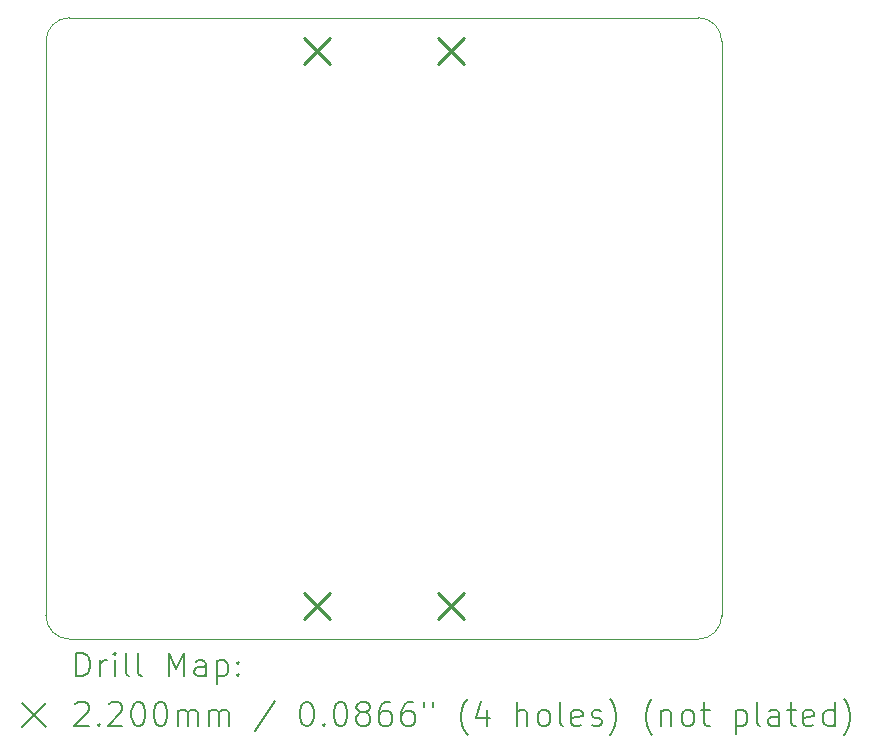
<source format=gbr>
%TF.GenerationSoftware,KiCad,Pcbnew,9.0.6*%
%TF.CreationDate,2026-01-01T23:22:30-06:00*%
%TF.ProjectId,PiPico_BOB,50695069-636f-45f4-924f-422e6b696361,rev?*%
%TF.SameCoordinates,Original*%
%TF.FileFunction,Drillmap*%
%TF.FilePolarity,Positive*%
%FSLAX45Y45*%
G04 Gerber Fmt 4.5, Leading zero omitted, Abs format (unit mm)*
G04 Created by KiCad (PCBNEW 9.0.6) date 2026-01-01 23:22:30*
%MOMM*%
%LPD*%
G01*
G04 APERTURE LIST*
%ADD10C,0.050000*%
%ADD11C,0.200000*%
%ADD12C,0.220000*%
G04 APERTURE END LIST*
D10*
X12072611Y-10676671D02*
G75*
G02*
X11872611Y-10876671I-200001J1D01*
G01*
X11872611Y-5615007D02*
G75*
G02*
X12072613Y-5815007I-1J-200003D01*
G01*
X6550000Y-10876671D02*
G75*
G02*
X6349999Y-10676671I0J200001D01*
G01*
X6350000Y-5815007D02*
G75*
G02*
X6550000Y-5615010I200000J-3D01*
G01*
X11872611Y-10876671D02*
X6550000Y-10876671D01*
X6550000Y-5615007D02*
X11872611Y-5615007D01*
X12072611Y-5815007D02*
X12072611Y-10676671D01*
X6350000Y-10676671D02*
X6350000Y-5815007D01*
D11*
D12*
X8532993Y-5785422D02*
X8752993Y-6005422D01*
X8752993Y-5785422D02*
X8532993Y-6005422D01*
X8533156Y-10487662D02*
X8753156Y-10707662D01*
X8753156Y-10487662D02*
X8533156Y-10707662D01*
X9672760Y-10486245D02*
X9892760Y-10706245D01*
X9892760Y-10486245D02*
X9672760Y-10706245D01*
X9673030Y-5786973D02*
X9893030Y-6006973D01*
X9893030Y-5786973D02*
X9673030Y-6006973D01*
D11*
X6608277Y-11190655D02*
X6608277Y-10990655D01*
X6608277Y-10990655D02*
X6655896Y-10990655D01*
X6655896Y-10990655D02*
X6684467Y-11000179D01*
X6684467Y-11000179D02*
X6703515Y-11019226D01*
X6703515Y-11019226D02*
X6713039Y-11038274D01*
X6713039Y-11038274D02*
X6722562Y-11076369D01*
X6722562Y-11076369D02*
X6722562Y-11104941D01*
X6722562Y-11104941D02*
X6713039Y-11143036D01*
X6713039Y-11143036D02*
X6703515Y-11162084D01*
X6703515Y-11162084D02*
X6684467Y-11181131D01*
X6684467Y-11181131D02*
X6655896Y-11190655D01*
X6655896Y-11190655D02*
X6608277Y-11190655D01*
X6808277Y-11190655D02*
X6808277Y-11057322D01*
X6808277Y-11095417D02*
X6817801Y-11076369D01*
X6817801Y-11076369D02*
X6827324Y-11066845D01*
X6827324Y-11066845D02*
X6846372Y-11057322D01*
X6846372Y-11057322D02*
X6865420Y-11057322D01*
X6932086Y-11190655D02*
X6932086Y-11057322D01*
X6932086Y-10990655D02*
X6922562Y-11000179D01*
X6922562Y-11000179D02*
X6932086Y-11009703D01*
X6932086Y-11009703D02*
X6941610Y-11000179D01*
X6941610Y-11000179D02*
X6932086Y-10990655D01*
X6932086Y-10990655D02*
X6932086Y-11009703D01*
X7055896Y-11190655D02*
X7036848Y-11181131D01*
X7036848Y-11181131D02*
X7027324Y-11162084D01*
X7027324Y-11162084D02*
X7027324Y-10990655D01*
X7160658Y-11190655D02*
X7141610Y-11181131D01*
X7141610Y-11181131D02*
X7132086Y-11162084D01*
X7132086Y-11162084D02*
X7132086Y-10990655D01*
X7389229Y-11190655D02*
X7389229Y-10990655D01*
X7389229Y-10990655D02*
X7455896Y-11133512D01*
X7455896Y-11133512D02*
X7522562Y-10990655D01*
X7522562Y-10990655D02*
X7522562Y-11190655D01*
X7703515Y-11190655D02*
X7703515Y-11085893D01*
X7703515Y-11085893D02*
X7693991Y-11066845D01*
X7693991Y-11066845D02*
X7674943Y-11057322D01*
X7674943Y-11057322D02*
X7636848Y-11057322D01*
X7636848Y-11057322D02*
X7617801Y-11066845D01*
X7703515Y-11181131D02*
X7684467Y-11190655D01*
X7684467Y-11190655D02*
X7636848Y-11190655D01*
X7636848Y-11190655D02*
X7617801Y-11181131D01*
X7617801Y-11181131D02*
X7608277Y-11162084D01*
X7608277Y-11162084D02*
X7608277Y-11143036D01*
X7608277Y-11143036D02*
X7617801Y-11123988D01*
X7617801Y-11123988D02*
X7636848Y-11114465D01*
X7636848Y-11114465D02*
X7684467Y-11114465D01*
X7684467Y-11114465D02*
X7703515Y-11104941D01*
X7798753Y-11057322D02*
X7798753Y-11257322D01*
X7798753Y-11066845D02*
X7817801Y-11057322D01*
X7817801Y-11057322D02*
X7855896Y-11057322D01*
X7855896Y-11057322D02*
X7874943Y-11066845D01*
X7874943Y-11066845D02*
X7884467Y-11076369D01*
X7884467Y-11076369D02*
X7893991Y-11095417D01*
X7893991Y-11095417D02*
X7893991Y-11152560D01*
X7893991Y-11152560D02*
X7884467Y-11171607D01*
X7884467Y-11171607D02*
X7874943Y-11181131D01*
X7874943Y-11181131D02*
X7855896Y-11190655D01*
X7855896Y-11190655D02*
X7817801Y-11190655D01*
X7817801Y-11190655D02*
X7798753Y-11181131D01*
X7979705Y-11171607D02*
X7989229Y-11181131D01*
X7989229Y-11181131D02*
X7979705Y-11190655D01*
X7979705Y-11190655D02*
X7970182Y-11181131D01*
X7970182Y-11181131D02*
X7979705Y-11171607D01*
X7979705Y-11171607D02*
X7979705Y-11190655D01*
X7979705Y-11066845D02*
X7989229Y-11076369D01*
X7989229Y-11076369D02*
X7979705Y-11085893D01*
X7979705Y-11085893D02*
X7970182Y-11076369D01*
X7970182Y-11076369D02*
X7979705Y-11066845D01*
X7979705Y-11066845D02*
X7979705Y-11085893D01*
X6147500Y-11419171D02*
X6347500Y-11619171D01*
X6347500Y-11419171D02*
X6147500Y-11619171D01*
X6598753Y-11429703D02*
X6608277Y-11420179D01*
X6608277Y-11420179D02*
X6627324Y-11410655D01*
X6627324Y-11410655D02*
X6674943Y-11410655D01*
X6674943Y-11410655D02*
X6693991Y-11420179D01*
X6693991Y-11420179D02*
X6703515Y-11429703D01*
X6703515Y-11429703D02*
X6713039Y-11448750D01*
X6713039Y-11448750D02*
X6713039Y-11467798D01*
X6713039Y-11467798D02*
X6703515Y-11496369D01*
X6703515Y-11496369D02*
X6589229Y-11610655D01*
X6589229Y-11610655D02*
X6713039Y-11610655D01*
X6798753Y-11591607D02*
X6808277Y-11601131D01*
X6808277Y-11601131D02*
X6798753Y-11610655D01*
X6798753Y-11610655D02*
X6789229Y-11601131D01*
X6789229Y-11601131D02*
X6798753Y-11591607D01*
X6798753Y-11591607D02*
X6798753Y-11610655D01*
X6884467Y-11429703D02*
X6893991Y-11420179D01*
X6893991Y-11420179D02*
X6913039Y-11410655D01*
X6913039Y-11410655D02*
X6960658Y-11410655D01*
X6960658Y-11410655D02*
X6979705Y-11420179D01*
X6979705Y-11420179D02*
X6989229Y-11429703D01*
X6989229Y-11429703D02*
X6998753Y-11448750D01*
X6998753Y-11448750D02*
X6998753Y-11467798D01*
X6998753Y-11467798D02*
X6989229Y-11496369D01*
X6989229Y-11496369D02*
X6874943Y-11610655D01*
X6874943Y-11610655D02*
X6998753Y-11610655D01*
X7122562Y-11410655D02*
X7141610Y-11410655D01*
X7141610Y-11410655D02*
X7160658Y-11420179D01*
X7160658Y-11420179D02*
X7170182Y-11429703D01*
X7170182Y-11429703D02*
X7179705Y-11448750D01*
X7179705Y-11448750D02*
X7189229Y-11486845D01*
X7189229Y-11486845D02*
X7189229Y-11534464D01*
X7189229Y-11534464D02*
X7179705Y-11572560D01*
X7179705Y-11572560D02*
X7170182Y-11591607D01*
X7170182Y-11591607D02*
X7160658Y-11601131D01*
X7160658Y-11601131D02*
X7141610Y-11610655D01*
X7141610Y-11610655D02*
X7122562Y-11610655D01*
X7122562Y-11610655D02*
X7103515Y-11601131D01*
X7103515Y-11601131D02*
X7093991Y-11591607D01*
X7093991Y-11591607D02*
X7084467Y-11572560D01*
X7084467Y-11572560D02*
X7074943Y-11534464D01*
X7074943Y-11534464D02*
X7074943Y-11486845D01*
X7074943Y-11486845D02*
X7084467Y-11448750D01*
X7084467Y-11448750D02*
X7093991Y-11429703D01*
X7093991Y-11429703D02*
X7103515Y-11420179D01*
X7103515Y-11420179D02*
X7122562Y-11410655D01*
X7313039Y-11410655D02*
X7332086Y-11410655D01*
X7332086Y-11410655D02*
X7351134Y-11420179D01*
X7351134Y-11420179D02*
X7360658Y-11429703D01*
X7360658Y-11429703D02*
X7370182Y-11448750D01*
X7370182Y-11448750D02*
X7379705Y-11486845D01*
X7379705Y-11486845D02*
X7379705Y-11534464D01*
X7379705Y-11534464D02*
X7370182Y-11572560D01*
X7370182Y-11572560D02*
X7360658Y-11591607D01*
X7360658Y-11591607D02*
X7351134Y-11601131D01*
X7351134Y-11601131D02*
X7332086Y-11610655D01*
X7332086Y-11610655D02*
X7313039Y-11610655D01*
X7313039Y-11610655D02*
X7293991Y-11601131D01*
X7293991Y-11601131D02*
X7284467Y-11591607D01*
X7284467Y-11591607D02*
X7274943Y-11572560D01*
X7274943Y-11572560D02*
X7265420Y-11534464D01*
X7265420Y-11534464D02*
X7265420Y-11486845D01*
X7265420Y-11486845D02*
X7274943Y-11448750D01*
X7274943Y-11448750D02*
X7284467Y-11429703D01*
X7284467Y-11429703D02*
X7293991Y-11420179D01*
X7293991Y-11420179D02*
X7313039Y-11410655D01*
X7465420Y-11610655D02*
X7465420Y-11477322D01*
X7465420Y-11496369D02*
X7474943Y-11486845D01*
X7474943Y-11486845D02*
X7493991Y-11477322D01*
X7493991Y-11477322D02*
X7522563Y-11477322D01*
X7522563Y-11477322D02*
X7541610Y-11486845D01*
X7541610Y-11486845D02*
X7551134Y-11505893D01*
X7551134Y-11505893D02*
X7551134Y-11610655D01*
X7551134Y-11505893D02*
X7560658Y-11486845D01*
X7560658Y-11486845D02*
X7579705Y-11477322D01*
X7579705Y-11477322D02*
X7608277Y-11477322D01*
X7608277Y-11477322D02*
X7627324Y-11486845D01*
X7627324Y-11486845D02*
X7636848Y-11505893D01*
X7636848Y-11505893D02*
X7636848Y-11610655D01*
X7732086Y-11610655D02*
X7732086Y-11477322D01*
X7732086Y-11496369D02*
X7741610Y-11486845D01*
X7741610Y-11486845D02*
X7760658Y-11477322D01*
X7760658Y-11477322D02*
X7789229Y-11477322D01*
X7789229Y-11477322D02*
X7808277Y-11486845D01*
X7808277Y-11486845D02*
X7817801Y-11505893D01*
X7817801Y-11505893D02*
X7817801Y-11610655D01*
X7817801Y-11505893D02*
X7827324Y-11486845D01*
X7827324Y-11486845D02*
X7846372Y-11477322D01*
X7846372Y-11477322D02*
X7874943Y-11477322D01*
X7874943Y-11477322D02*
X7893991Y-11486845D01*
X7893991Y-11486845D02*
X7903515Y-11505893D01*
X7903515Y-11505893D02*
X7903515Y-11610655D01*
X8293991Y-11401131D02*
X8122563Y-11658274D01*
X8551134Y-11410655D02*
X8570182Y-11410655D01*
X8570182Y-11410655D02*
X8589229Y-11420179D01*
X8589229Y-11420179D02*
X8598753Y-11429703D01*
X8598753Y-11429703D02*
X8608277Y-11448750D01*
X8608277Y-11448750D02*
X8617801Y-11486845D01*
X8617801Y-11486845D02*
X8617801Y-11534464D01*
X8617801Y-11534464D02*
X8608277Y-11572560D01*
X8608277Y-11572560D02*
X8598753Y-11591607D01*
X8598753Y-11591607D02*
X8589229Y-11601131D01*
X8589229Y-11601131D02*
X8570182Y-11610655D01*
X8570182Y-11610655D02*
X8551134Y-11610655D01*
X8551134Y-11610655D02*
X8532087Y-11601131D01*
X8532087Y-11601131D02*
X8522563Y-11591607D01*
X8522563Y-11591607D02*
X8513039Y-11572560D01*
X8513039Y-11572560D02*
X8503515Y-11534464D01*
X8503515Y-11534464D02*
X8503515Y-11486845D01*
X8503515Y-11486845D02*
X8513039Y-11448750D01*
X8513039Y-11448750D02*
X8522563Y-11429703D01*
X8522563Y-11429703D02*
X8532087Y-11420179D01*
X8532087Y-11420179D02*
X8551134Y-11410655D01*
X8703515Y-11591607D02*
X8713039Y-11601131D01*
X8713039Y-11601131D02*
X8703515Y-11610655D01*
X8703515Y-11610655D02*
X8693991Y-11601131D01*
X8693991Y-11601131D02*
X8703515Y-11591607D01*
X8703515Y-11591607D02*
X8703515Y-11610655D01*
X8836848Y-11410655D02*
X8855896Y-11410655D01*
X8855896Y-11410655D02*
X8874944Y-11420179D01*
X8874944Y-11420179D02*
X8884468Y-11429703D01*
X8884468Y-11429703D02*
X8893991Y-11448750D01*
X8893991Y-11448750D02*
X8903515Y-11486845D01*
X8903515Y-11486845D02*
X8903515Y-11534464D01*
X8903515Y-11534464D02*
X8893991Y-11572560D01*
X8893991Y-11572560D02*
X8884468Y-11591607D01*
X8884468Y-11591607D02*
X8874944Y-11601131D01*
X8874944Y-11601131D02*
X8855896Y-11610655D01*
X8855896Y-11610655D02*
X8836848Y-11610655D01*
X8836848Y-11610655D02*
X8817801Y-11601131D01*
X8817801Y-11601131D02*
X8808277Y-11591607D01*
X8808277Y-11591607D02*
X8798753Y-11572560D01*
X8798753Y-11572560D02*
X8789229Y-11534464D01*
X8789229Y-11534464D02*
X8789229Y-11486845D01*
X8789229Y-11486845D02*
X8798753Y-11448750D01*
X8798753Y-11448750D02*
X8808277Y-11429703D01*
X8808277Y-11429703D02*
X8817801Y-11420179D01*
X8817801Y-11420179D02*
X8836848Y-11410655D01*
X9017801Y-11496369D02*
X8998753Y-11486845D01*
X8998753Y-11486845D02*
X8989229Y-11477322D01*
X8989229Y-11477322D02*
X8979706Y-11458274D01*
X8979706Y-11458274D02*
X8979706Y-11448750D01*
X8979706Y-11448750D02*
X8989229Y-11429703D01*
X8989229Y-11429703D02*
X8998753Y-11420179D01*
X8998753Y-11420179D02*
X9017801Y-11410655D01*
X9017801Y-11410655D02*
X9055896Y-11410655D01*
X9055896Y-11410655D02*
X9074944Y-11420179D01*
X9074944Y-11420179D02*
X9084468Y-11429703D01*
X9084468Y-11429703D02*
X9093991Y-11448750D01*
X9093991Y-11448750D02*
X9093991Y-11458274D01*
X9093991Y-11458274D02*
X9084468Y-11477322D01*
X9084468Y-11477322D02*
X9074944Y-11486845D01*
X9074944Y-11486845D02*
X9055896Y-11496369D01*
X9055896Y-11496369D02*
X9017801Y-11496369D01*
X9017801Y-11496369D02*
X8998753Y-11505893D01*
X8998753Y-11505893D02*
X8989229Y-11515417D01*
X8989229Y-11515417D02*
X8979706Y-11534464D01*
X8979706Y-11534464D02*
X8979706Y-11572560D01*
X8979706Y-11572560D02*
X8989229Y-11591607D01*
X8989229Y-11591607D02*
X8998753Y-11601131D01*
X8998753Y-11601131D02*
X9017801Y-11610655D01*
X9017801Y-11610655D02*
X9055896Y-11610655D01*
X9055896Y-11610655D02*
X9074944Y-11601131D01*
X9074944Y-11601131D02*
X9084468Y-11591607D01*
X9084468Y-11591607D02*
X9093991Y-11572560D01*
X9093991Y-11572560D02*
X9093991Y-11534464D01*
X9093991Y-11534464D02*
X9084468Y-11515417D01*
X9084468Y-11515417D02*
X9074944Y-11505893D01*
X9074944Y-11505893D02*
X9055896Y-11496369D01*
X9265420Y-11410655D02*
X9227325Y-11410655D01*
X9227325Y-11410655D02*
X9208277Y-11420179D01*
X9208277Y-11420179D02*
X9198753Y-11429703D01*
X9198753Y-11429703D02*
X9179706Y-11458274D01*
X9179706Y-11458274D02*
X9170182Y-11496369D01*
X9170182Y-11496369D02*
X9170182Y-11572560D01*
X9170182Y-11572560D02*
X9179706Y-11591607D01*
X9179706Y-11591607D02*
X9189229Y-11601131D01*
X9189229Y-11601131D02*
X9208277Y-11610655D01*
X9208277Y-11610655D02*
X9246372Y-11610655D01*
X9246372Y-11610655D02*
X9265420Y-11601131D01*
X9265420Y-11601131D02*
X9274944Y-11591607D01*
X9274944Y-11591607D02*
X9284468Y-11572560D01*
X9284468Y-11572560D02*
X9284468Y-11524941D01*
X9284468Y-11524941D02*
X9274944Y-11505893D01*
X9274944Y-11505893D02*
X9265420Y-11496369D01*
X9265420Y-11496369D02*
X9246372Y-11486845D01*
X9246372Y-11486845D02*
X9208277Y-11486845D01*
X9208277Y-11486845D02*
X9189229Y-11496369D01*
X9189229Y-11496369D02*
X9179706Y-11505893D01*
X9179706Y-11505893D02*
X9170182Y-11524941D01*
X9455896Y-11410655D02*
X9417801Y-11410655D01*
X9417801Y-11410655D02*
X9398753Y-11420179D01*
X9398753Y-11420179D02*
X9389229Y-11429703D01*
X9389229Y-11429703D02*
X9370182Y-11458274D01*
X9370182Y-11458274D02*
X9360658Y-11496369D01*
X9360658Y-11496369D02*
X9360658Y-11572560D01*
X9360658Y-11572560D02*
X9370182Y-11591607D01*
X9370182Y-11591607D02*
X9379706Y-11601131D01*
X9379706Y-11601131D02*
X9398753Y-11610655D01*
X9398753Y-11610655D02*
X9436849Y-11610655D01*
X9436849Y-11610655D02*
X9455896Y-11601131D01*
X9455896Y-11601131D02*
X9465420Y-11591607D01*
X9465420Y-11591607D02*
X9474944Y-11572560D01*
X9474944Y-11572560D02*
X9474944Y-11524941D01*
X9474944Y-11524941D02*
X9465420Y-11505893D01*
X9465420Y-11505893D02*
X9455896Y-11496369D01*
X9455896Y-11496369D02*
X9436849Y-11486845D01*
X9436849Y-11486845D02*
X9398753Y-11486845D01*
X9398753Y-11486845D02*
X9379706Y-11496369D01*
X9379706Y-11496369D02*
X9370182Y-11505893D01*
X9370182Y-11505893D02*
X9360658Y-11524941D01*
X9551134Y-11410655D02*
X9551134Y-11448750D01*
X9627325Y-11410655D02*
X9627325Y-11448750D01*
X9922563Y-11686845D02*
X9913039Y-11677322D01*
X9913039Y-11677322D02*
X9893991Y-11648750D01*
X9893991Y-11648750D02*
X9884468Y-11629703D01*
X9884468Y-11629703D02*
X9874944Y-11601131D01*
X9874944Y-11601131D02*
X9865420Y-11553512D01*
X9865420Y-11553512D02*
X9865420Y-11515417D01*
X9865420Y-11515417D02*
X9874944Y-11467798D01*
X9874944Y-11467798D02*
X9884468Y-11439226D01*
X9884468Y-11439226D02*
X9893991Y-11420179D01*
X9893991Y-11420179D02*
X9913039Y-11391607D01*
X9913039Y-11391607D02*
X9922563Y-11382083D01*
X10084468Y-11477322D02*
X10084468Y-11610655D01*
X10036849Y-11401131D02*
X9989230Y-11543988D01*
X9989230Y-11543988D02*
X10113039Y-11543988D01*
X10341611Y-11610655D02*
X10341611Y-11410655D01*
X10427325Y-11610655D02*
X10427325Y-11505893D01*
X10427325Y-11505893D02*
X10417801Y-11486845D01*
X10417801Y-11486845D02*
X10398753Y-11477322D01*
X10398753Y-11477322D02*
X10370182Y-11477322D01*
X10370182Y-11477322D02*
X10351134Y-11486845D01*
X10351134Y-11486845D02*
X10341611Y-11496369D01*
X10551134Y-11610655D02*
X10532087Y-11601131D01*
X10532087Y-11601131D02*
X10522563Y-11591607D01*
X10522563Y-11591607D02*
X10513039Y-11572560D01*
X10513039Y-11572560D02*
X10513039Y-11515417D01*
X10513039Y-11515417D02*
X10522563Y-11496369D01*
X10522563Y-11496369D02*
X10532087Y-11486845D01*
X10532087Y-11486845D02*
X10551134Y-11477322D01*
X10551134Y-11477322D02*
X10579706Y-11477322D01*
X10579706Y-11477322D02*
X10598753Y-11486845D01*
X10598753Y-11486845D02*
X10608277Y-11496369D01*
X10608277Y-11496369D02*
X10617801Y-11515417D01*
X10617801Y-11515417D02*
X10617801Y-11572560D01*
X10617801Y-11572560D02*
X10608277Y-11591607D01*
X10608277Y-11591607D02*
X10598753Y-11601131D01*
X10598753Y-11601131D02*
X10579706Y-11610655D01*
X10579706Y-11610655D02*
X10551134Y-11610655D01*
X10732087Y-11610655D02*
X10713039Y-11601131D01*
X10713039Y-11601131D02*
X10703515Y-11582083D01*
X10703515Y-11582083D02*
X10703515Y-11410655D01*
X10884468Y-11601131D02*
X10865420Y-11610655D01*
X10865420Y-11610655D02*
X10827325Y-11610655D01*
X10827325Y-11610655D02*
X10808277Y-11601131D01*
X10808277Y-11601131D02*
X10798753Y-11582083D01*
X10798753Y-11582083D02*
X10798753Y-11505893D01*
X10798753Y-11505893D02*
X10808277Y-11486845D01*
X10808277Y-11486845D02*
X10827325Y-11477322D01*
X10827325Y-11477322D02*
X10865420Y-11477322D01*
X10865420Y-11477322D02*
X10884468Y-11486845D01*
X10884468Y-11486845D02*
X10893992Y-11505893D01*
X10893992Y-11505893D02*
X10893992Y-11524941D01*
X10893992Y-11524941D02*
X10798753Y-11543988D01*
X10970182Y-11601131D02*
X10989230Y-11610655D01*
X10989230Y-11610655D02*
X11027325Y-11610655D01*
X11027325Y-11610655D02*
X11046373Y-11601131D01*
X11046373Y-11601131D02*
X11055896Y-11582083D01*
X11055896Y-11582083D02*
X11055896Y-11572560D01*
X11055896Y-11572560D02*
X11046373Y-11553512D01*
X11046373Y-11553512D02*
X11027325Y-11543988D01*
X11027325Y-11543988D02*
X10998753Y-11543988D01*
X10998753Y-11543988D02*
X10979706Y-11534464D01*
X10979706Y-11534464D02*
X10970182Y-11515417D01*
X10970182Y-11515417D02*
X10970182Y-11505893D01*
X10970182Y-11505893D02*
X10979706Y-11486845D01*
X10979706Y-11486845D02*
X10998753Y-11477322D01*
X10998753Y-11477322D02*
X11027325Y-11477322D01*
X11027325Y-11477322D02*
X11046373Y-11486845D01*
X11122563Y-11686845D02*
X11132087Y-11677322D01*
X11132087Y-11677322D02*
X11151134Y-11648750D01*
X11151134Y-11648750D02*
X11160658Y-11629703D01*
X11160658Y-11629703D02*
X11170182Y-11601131D01*
X11170182Y-11601131D02*
X11179706Y-11553512D01*
X11179706Y-11553512D02*
X11179706Y-11515417D01*
X11179706Y-11515417D02*
X11170182Y-11467798D01*
X11170182Y-11467798D02*
X11160658Y-11439226D01*
X11160658Y-11439226D02*
X11151134Y-11420179D01*
X11151134Y-11420179D02*
X11132087Y-11391607D01*
X11132087Y-11391607D02*
X11122563Y-11382083D01*
X11484468Y-11686845D02*
X11474944Y-11677322D01*
X11474944Y-11677322D02*
X11455896Y-11648750D01*
X11455896Y-11648750D02*
X11446372Y-11629703D01*
X11446372Y-11629703D02*
X11436849Y-11601131D01*
X11436849Y-11601131D02*
X11427325Y-11553512D01*
X11427325Y-11553512D02*
X11427325Y-11515417D01*
X11427325Y-11515417D02*
X11436849Y-11467798D01*
X11436849Y-11467798D02*
X11446372Y-11439226D01*
X11446372Y-11439226D02*
X11455896Y-11420179D01*
X11455896Y-11420179D02*
X11474944Y-11391607D01*
X11474944Y-11391607D02*
X11484468Y-11382083D01*
X11560658Y-11477322D02*
X11560658Y-11610655D01*
X11560658Y-11496369D02*
X11570182Y-11486845D01*
X11570182Y-11486845D02*
X11589230Y-11477322D01*
X11589230Y-11477322D02*
X11617801Y-11477322D01*
X11617801Y-11477322D02*
X11636849Y-11486845D01*
X11636849Y-11486845D02*
X11646372Y-11505893D01*
X11646372Y-11505893D02*
X11646372Y-11610655D01*
X11770182Y-11610655D02*
X11751134Y-11601131D01*
X11751134Y-11601131D02*
X11741611Y-11591607D01*
X11741611Y-11591607D02*
X11732087Y-11572560D01*
X11732087Y-11572560D02*
X11732087Y-11515417D01*
X11732087Y-11515417D02*
X11741611Y-11496369D01*
X11741611Y-11496369D02*
X11751134Y-11486845D01*
X11751134Y-11486845D02*
X11770182Y-11477322D01*
X11770182Y-11477322D02*
X11798753Y-11477322D01*
X11798753Y-11477322D02*
X11817801Y-11486845D01*
X11817801Y-11486845D02*
X11827325Y-11496369D01*
X11827325Y-11496369D02*
X11836849Y-11515417D01*
X11836849Y-11515417D02*
X11836849Y-11572560D01*
X11836849Y-11572560D02*
X11827325Y-11591607D01*
X11827325Y-11591607D02*
X11817801Y-11601131D01*
X11817801Y-11601131D02*
X11798753Y-11610655D01*
X11798753Y-11610655D02*
X11770182Y-11610655D01*
X11893992Y-11477322D02*
X11970182Y-11477322D01*
X11922563Y-11410655D02*
X11922563Y-11582083D01*
X11922563Y-11582083D02*
X11932087Y-11601131D01*
X11932087Y-11601131D02*
X11951134Y-11610655D01*
X11951134Y-11610655D02*
X11970182Y-11610655D01*
X12189230Y-11477322D02*
X12189230Y-11677322D01*
X12189230Y-11486845D02*
X12208277Y-11477322D01*
X12208277Y-11477322D02*
X12246373Y-11477322D01*
X12246373Y-11477322D02*
X12265420Y-11486845D01*
X12265420Y-11486845D02*
X12274944Y-11496369D01*
X12274944Y-11496369D02*
X12284468Y-11515417D01*
X12284468Y-11515417D02*
X12284468Y-11572560D01*
X12284468Y-11572560D02*
X12274944Y-11591607D01*
X12274944Y-11591607D02*
X12265420Y-11601131D01*
X12265420Y-11601131D02*
X12246373Y-11610655D01*
X12246373Y-11610655D02*
X12208277Y-11610655D01*
X12208277Y-11610655D02*
X12189230Y-11601131D01*
X12398753Y-11610655D02*
X12379706Y-11601131D01*
X12379706Y-11601131D02*
X12370182Y-11582083D01*
X12370182Y-11582083D02*
X12370182Y-11410655D01*
X12560658Y-11610655D02*
X12560658Y-11505893D01*
X12560658Y-11505893D02*
X12551134Y-11486845D01*
X12551134Y-11486845D02*
X12532087Y-11477322D01*
X12532087Y-11477322D02*
X12493992Y-11477322D01*
X12493992Y-11477322D02*
X12474944Y-11486845D01*
X12560658Y-11601131D02*
X12541611Y-11610655D01*
X12541611Y-11610655D02*
X12493992Y-11610655D01*
X12493992Y-11610655D02*
X12474944Y-11601131D01*
X12474944Y-11601131D02*
X12465420Y-11582083D01*
X12465420Y-11582083D02*
X12465420Y-11563036D01*
X12465420Y-11563036D02*
X12474944Y-11543988D01*
X12474944Y-11543988D02*
X12493992Y-11534464D01*
X12493992Y-11534464D02*
X12541611Y-11534464D01*
X12541611Y-11534464D02*
X12560658Y-11524941D01*
X12627325Y-11477322D02*
X12703515Y-11477322D01*
X12655896Y-11410655D02*
X12655896Y-11582083D01*
X12655896Y-11582083D02*
X12665420Y-11601131D01*
X12665420Y-11601131D02*
X12684468Y-11610655D01*
X12684468Y-11610655D02*
X12703515Y-11610655D01*
X12846373Y-11601131D02*
X12827325Y-11610655D01*
X12827325Y-11610655D02*
X12789230Y-11610655D01*
X12789230Y-11610655D02*
X12770182Y-11601131D01*
X12770182Y-11601131D02*
X12760658Y-11582083D01*
X12760658Y-11582083D02*
X12760658Y-11505893D01*
X12760658Y-11505893D02*
X12770182Y-11486845D01*
X12770182Y-11486845D02*
X12789230Y-11477322D01*
X12789230Y-11477322D02*
X12827325Y-11477322D01*
X12827325Y-11477322D02*
X12846373Y-11486845D01*
X12846373Y-11486845D02*
X12855896Y-11505893D01*
X12855896Y-11505893D02*
X12855896Y-11524941D01*
X12855896Y-11524941D02*
X12760658Y-11543988D01*
X13027325Y-11610655D02*
X13027325Y-11410655D01*
X13027325Y-11601131D02*
X13008277Y-11610655D01*
X13008277Y-11610655D02*
X12970182Y-11610655D01*
X12970182Y-11610655D02*
X12951134Y-11601131D01*
X12951134Y-11601131D02*
X12941611Y-11591607D01*
X12941611Y-11591607D02*
X12932087Y-11572560D01*
X12932087Y-11572560D02*
X12932087Y-11515417D01*
X12932087Y-11515417D02*
X12941611Y-11496369D01*
X12941611Y-11496369D02*
X12951134Y-11486845D01*
X12951134Y-11486845D02*
X12970182Y-11477322D01*
X12970182Y-11477322D02*
X13008277Y-11477322D01*
X13008277Y-11477322D02*
X13027325Y-11486845D01*
X13103515Y-11686845D02*
X13113039Y-11677322D01*
X13113039Y-11677322D02*
X13132087Y-11648750D01*
X13132087Y-11648750D02*
X13141611Y-11629703D01*
X13141611Y-11629703D02*
X13151134Y-11601131D01*
X13151134Y-11601131D02*
X13160658Y-11553512D01*
X13160658Y-11553512D02*
X13160658Y-11515417D01*
X13160658Y-11515417D02*
X13151134Y-11467798D01*
X13151134Y-11467798D02*
X13141611Y-11439226D01*
X13141611Y-11439226D02*
X13132087Y-11420179D01*
X13132087Y-11420179D02*
X13113039Y-11391607D01*
X13113039Y-11391607D02*
X13103515Y-11382083D01*
M02*

</source>
